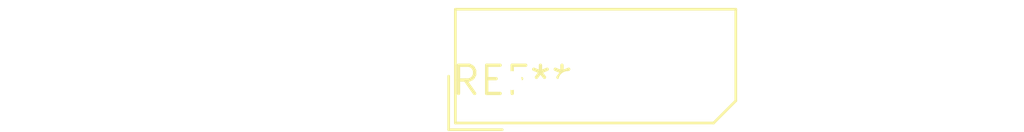
<source format=kicad_pcb>
(kicad_pcb (version 20240108) (generator pcbnew)
  (layers (0 "F.Cu" signal) (31 "B.Cu" signal) (34 "B.Paste" user) (35 "F.Paste" user) (36 "B.SilkS" user "B.Silkscreen") (37 "F.SilkS" user "F.Silkscreen") (38 "B.Mask" user) (39 "F.Mask" user) (44 "Edge.Cuts" user))
  (net 0 "")
  (footprint "Molex_SPOX_5267-04A_1x04_P2.50mm_Vertical" (layer "F.Cu") (at 0 0)
    (property "Reference" "REF**")
    (property "Value" "Molex_SPOX_5267-04A_1x04_P2.50mm_Vertical")
    (fp_line (start -2.86 -0.2) (end -2.86 2.21) (layer "F.SilkS") (stroke (width 0.12)))
    (fp_line (start -2.86 2.21) (end -0.45 2.21) (layer "F.SilkS") (stroke (width 0.12)))
    (fp_line (start -2.56 -3.21) (end -2.56 1.91) (layer "F.SilkS") (stroke (width 0.12)))
    (fp_line (start -2.56 1.91) (end 9.06 1.91) (layer "F.SilkS") (stroke (width 0.12)))
    (fp_line (start 9.06 1.91) (end 10.06 0.91) (layer "F.SilkS") (stroke (width 0.12)))
    (fp_line (start 10.06 -3.21) (end -2.56 -3.21) (layer "F.SilkS") (stroke (width 0.12)))
    (fp_line (start 10.06 0.91) (end 10.06 -3.21) (layer "F.SilkS") (stroke (width 0.12)))
    (pad "1" thru_hole roundrect (at 0 0) (size 1.7 1.85) (drill 0.85) (layers *.Cu *.Mask) (remove_unused_layers) (roundrect_rratio 0.147059))
    (pad "2" thru_hole oval (at 2.5 0) (size 1.7 1.85) (drill 0.85) (layers *.Cu *.Mask) (remove_unused_layers))
    (pad "3" thru_hole oval (at 5 0) (size 1.7 1.85) (drill 0.85) (layers *.Cu *.Mask) (remove_unused_layers))
    (pad "4" thru_hole oval (at 7.5 0) (size 1.7 1.85) (drill 0.85) (layers *.Cu *.Mask) (remove_unused_layers))
  )
)
</source>
